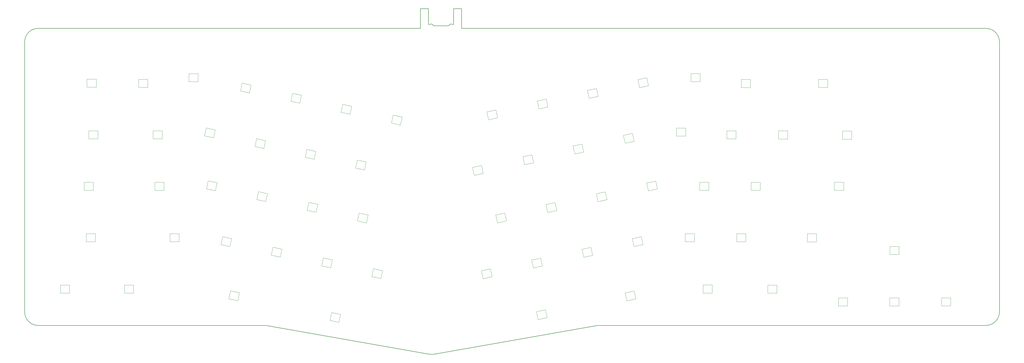
<source format=gm1>
G04 #@! TF.GenerationSoftware,KiCad,Pcbnew,(5.1.9)-1*
G04 #@! TF.CreationDate,2021-07-09T19:50:07+09:00*
G04 #@! TF.ProjectId,trifecta,74726966-6563-4746-912e-6b696361645f,rev?*
G04 #@! TF.SameCoordinates,Original*
G04 #@! TF.FileFunction,Profile,NP*
%FSLAX46Y46*%
G04 Gerber Fmt 4.6, Leading zero omitted, Abs format (unit mm)*
G04 Created by KiCad (PCBNEW (5.1.9)-1) date 2021-07-09 19:50:07*
%MOMM*%
%LPD*%
G01*
G04 APERTURE LIST*
G04 #@! TA.AperFunction,Profile*
%ADD10C,0.200000*%
G04 #@! TD*
G04 #@! TA.AperFunction,Profile*
%ADD11C,0.150000*%
G04 #@! TD*
G04 #@! TA.AperFunction,Profile*
%ADD12C,0.120000*%
G04 #@! TD*
G04 APERTURE END LIST*
D10*
X161831840Y-19240D02*
X161831840Y7212760D01*
X146591840Y-19240D02*
X146591840Y7212760D01*
X146591840Y-19240D02*
X4994650Y-27440D01*
X355987740Y-27440D02*
X161831840Y-19240D01*
X355987739Y-110051440D02*
X212780594Y-110051440D01*
X88675893Y-110051440D02*
G75*
G02*
X89892025Y-110157891I0J-7000000D01*
G01*
X88675893Y-110051440D02*
X4994650Y-110051441D01*
X355987740Y-27440D02*
G75*
G02*
X360987740Y-5027440I0J-5000000D01*
G01*
X211564556Y-110157874D02*
G75*
G02*
X212780594Y-110051440I1216038J-6893566D01*
G01*
X-5350Y-5027440D02*
G75*
G02*
X4994650Y-27440I5000000J0D01*
G01*
X4994650Y-110051440D02*
G75*
G02*
X-5350Y-105051440I0J5000000D01*
G01*
X151941911Y-120675425D02*
G75*
G02*
X149509740Y-120675408I-1216039J6893566D01*
G01*
X360987740Y-105051441D02*
G75*
G02*
X355987739Y-110051440I-5000000J1D01*
G01*
X211564556Y-110157875D02*
X151941910Y-120675424D01*
X-5350Y-105051440D02*
X-5350Y-5027440D01*
X149509740Y-120675408D02*
X89892025Y-110157891D01*
X360987740Y-5027440D02*
X360987740Y-105051440D01*
D11*
X158881840Y7212760D02*
X161831840Y7212760D01*
X158881840Y1612760D02*
X158881840Y7212760D01*
X150361456Y1612760D02*
X150461840Y1612760D01*
X149541840Y7212760D02*
X149541840Y1612760D01*
X146591840Y7212760D02*
X149541840Y7212760D01*
X151674274Y912760D02*
X156749406Y912760D01*
X158062224Y1612760D02*
X157961840Y1612760D01*
X157243039Y1197760D02*
G75*
G02*
X157961840Y1612760I718801J-415000D01*
G01*
X151180641Y1197760D02*
G75*
G03*
X150461840Y1612760I-718801J-415000D01*
G01*
X158322032Y1462760D02*
G75*
G03*
X158881840Y1612760I259808J150000D01*
G01*
X158322032Y1462760D02*
G75*
G03*
X158062224Y1612760I-259808J-150000D01*
G01*
X157243039Y1197760D02*
G75*
G02*
X156749405Y912760I-493634J285000D01*
G01*
X151180641Y1197760D02*
G75*
G03*
X151674275Y912760I493634J285000D01*
G01*
X150101648Y1462760D02*
G75*
G02*
X150361456Y1612760I259808J-150000D01*
G01*
X150101648Y1462760D02*
G75*
G02*
X149541840Y1612760I-259808J150000D01*
G01*
D12*
X339511780Y-99842940D02*
X342911780Y-99842940D01*
X339511780Y-102842940D02*
X339511780Y-99842940D01*
X342911780Y-102842940D02*
X339511780Y-102842940D01*
X342911780Y-99842940D02*
X342911780Y-102842940D01*
X320339860Y-99825160D02*
X323739860Y-99825160D01*
X320339860Y-102825160D02*
X320339860Y-99825160D01*
X323739860Y-102825160D02*
X320339860Y-102825160D01*
X323739860Y-99825160D02*
X323739860Y-102825160D01*
X304700020Y-102848020D02*
X301300020Y-102848020D01*
X304700020Y-99848020D02*
X304700020Y-102848020D01*
X301300020Y-99848020D02*
X304700020Y-99848020D01*
X301300020Y-102848020D02*
X301300020Y-99848020D01*
X275155800Y-95072820D02*
X278555800Y-95072820D01*
X275155800Y-98072820D02*
X275155800Y-95072820D01*
X278555800Y-98072820D02*
X275155800Y-98072820D01*
X278555800Y-95072820D02*
X278555800Y-98072820D01*
X254618840Y-98055040D02*
X251218840Y-98055040D01*
X254618840Y-95055040D02*
X254618840Y-98055040D01*
X251218840Y-95055040D02*
X254618840Y-95055040D01*
X251218840Y-98055040D02*
X251218840Y-95055040D01*
X222358082Y-97984328D02*
X225683783Y-97277429D01*
X222981817Y-100918771D02*
X222358082Y-97984328D01*
X226307518Y-100211872D02*
X222981817Y-100918771D01*
X225683783Y-97277429D02*
X226307518Y-100211872D01*
X189503182Y-104943928D02*
X192828883Y-104237029D01*
X190126917Y-107878371D02*
X189503182Y-104943928D01*
X193452618Y-107171472D02*
X190126917Y-107878371D01*
X192828883Y-104237029D02*
X193452618Y-107171472D01*
X116329163Y-108876591D02*
X113003462Y-108169692D01*
X116952898Y-105942148D02*
X116329163Y-108876591D01*
X113627197Y-105235249D02*
X116952898Y-105942148D01*
X113003462Y-108169692D02*
X113627197Y-105235249D01*
X78897183Y-100865431D02*
X75571482Y-100158532D01*
X79520918Y-97930988D02*
X78897183Y-100865431D01*
X76195217Y-97224089D02*
X79520918Y-97930988D01*
X75571482Y-100158532D02*
X76195217Y-97224089D01*
X36906340Y-95080440D02*
X40306340Y-95080440D01*
X36906340Y-98080440D02*
X36906340Y-95080440D01*
X40306340Y-98080440D02*
X36906340Y-98080440D01*
X40306340Y-95080440D02*
X40306340Y-98080440D01*
X16620840Y-98080440D02*
X13220840Y-98080440D01*
X16620840Y-95080440D02*
X16620840Y-98080440D01*
X13220840Y-95080440D02*
X16620840Y-95080440D01*
X13220840Y-98080440D02*
X13220840Y-95080440D01*
X320360180Y-80798020D02*
X323760180Y-80798020D01*
X320360180Y-83798020D02*
X320360180Y-80798020D01*
X323760180Y-83798020D02*
X320360180Y-83798020D01*
X323760180Y-80798020D02*
X323760180Y-83798020D01*
X293241200Y-79097000D02*
X289841200Y-79097000D01*
X293241200Y-76097000D02*
X293241200Y-79097000D01*
X289841200Y-76097000D02*
X293241200Y-76097000D01*
X289841200Y-79097000D02*
X289841200Y-76097000D01*
X263641100Y-76033500D02*
X267041100Y-76033500D01*
X263641100Y-79033500D02*
X263641100Y-76033500D01*
X267041100Y-79033500D02*
X263641100Y-79033500D01*
X267041100Y-76033500D02*
X267041100Y-79033500D01*
X247991100Y-79058900D02*
X244591100Y-79058900D01*
X247991100Y-76058900D02*
X247991100Y-79058900D01*
X244591100Y-76058900D02*
X247991100Y-76058900D01*
X244591100Y-79058900D02*
X244591100Y-76058900D01*
X224986982Y-77905628D02*
X228312683Y-77198729D01*
X225610717Y-80840071D02*
X224986982Y-77905628D01*
X228936418Y-80133172D02*
X225610717Y-80840071D01*
X228312683Y-77198729D02*
X228936418Y-80133172D01*
X210305518Y-84082872D02*
X206979817Y-84789771D01*
X209681783Y-81148429D02*
X210305518Y-84082872D01*
X206356082Y-81855328D02*
X209681783Y-81148429D01*
X206979817Y-84789771D02*
X206356082Y-81855328D01*
X187737882Y-85792328D02*
X191063583Y-85085429D01*
X188361617Y-88726771D02*
X187737882Y-85792328D01*
X191687318Y-88019872D02*
X188361617Y-88726771D01*
X191063583Y-85085429D02*
X191687318Y-88019872D01*
X173056418Y-91994972D02*
X169730717Y-92701871D01*
X172432683Y-89060529D02*
X173056418Y-91994972D01*
X169106982Y-89767428D02*
X172432683Y-89060529D01*
X169730717Y-92701871D02*
X169106982Y-89767428D01*
X129146597Y-89030049D02*
X132472298Y-89736948D01*
X128522862Y-91964492D02*
X129146597Y-89030049D01*
X131848563Y-92671391D02*
X128522862Y-91964492D01*
X132472298Y-89736948D02*
X131848563Y-92671391D01*
X113258303Y-88681051D02*
X109932602Y-87974152D01*
X113882038Y-85746608D02*
X113258303Y-88681051D01*
X110556337Y-85039709D02*
X113882038Y-85746608D01*
X109932602Y-87974152D02*
X110556337Y-85039709D01*
X91922897Y-81087469D02*
X95248598Y-81794368D01*
X91299162Y-84021912D02*
X91922897Y-81087469D01*
X94624863Y-84728811D02*
X91299162Y-84021912D01*
X95248598Y-81794368D02*
X94624863Y-84728811D01*
X75993963Y-80814671D02*
X72668262Y-80107772D01*
X76617698Y-77880228D02*
X75993963Y-80814671D01*
X73291997Y-77173329D02*
X76617698Y-77880228D01*
X72668262Y-80107772D02*
X73291997Y-77173329D01*
X53733840Y-76030440D02*
X57133840Y-76030440D01*
X53733840Y-79030440D02*
X53733840Y-76030440D01*
X57133840Y-79030440D02*
X53733840Y-79030440D01*
X57133840Y-76030440D02*
X57133840Y-79030440D01*
X26209340Y-79030440D02*
X22809340Y-79030440D01*
X26209340Y-76030440D02*
X26209340Y-79030440D01*
X22809340Y-76030440D02*
X26209340Y-76030440D01*
X22809340Y-79030440D02*
X22809340Y-76030440D01*
X299848800Y-57011440D02*
X303248800Y-57011440D01*
X299848800Y-60011440D02*
X299848800Y-57011440D01*
X303248800Y-60011440D02*
X299848800Y-60011440D01*
X303248800Y-57011440D02*
X303248800Y-60011440D01*
X269003040Y-57006360D02*
X272403040Y-57006360D01*
X269003040Y-60006360D02*
X269003040Y-57006360D01*
X272403040Y-60006360D02*
X269003040Y-60006360D01*
X272403040Y-57006360D02*
X272403040Y-60006360D01*
X253355580Y-59991120D02*
X249955580Y-59991120D01*
X253355580Y-56991120D02*
X253355580Y-59991120D01*
X249955580Y-56991120D02*
X253355580Y-56991120D01*
X249955580Y-59991120D02*
X249955580Y-56991120D01*
X230336222Y-57268128D02*
X233661923Y-56561229D01*
X230959957Y-60202571D02*
X230336222Y-57268128D01*
X234285658Y-59495672D02*
X230959957Y-60202571D01*
X233661923Y-56561229D02*
X234285658Y-59495672D01*
X215619198Y-63465692D02*
X212293497Y-64172591D01*
X214995463Y-60531249D02*
X215619198Y-63465692D01*
X211669762Y-61238148D02*
X214995463Y-60531249D01*
X212293497Y-64172591D02*
X211669762Y-61238148D01*
X193051562Y-65236108D02*
X196377263Y-64529209D01*
X193675297Y-68170551D02*
X193051562Y-65236108D01*
X197000998Y-67463652D02*
X193675297Y-68170551D01*
X196377263Y-64529209D02*
X197000998Y-67463652D01*
X178390418Y-71357472D02*
X175064717Y-72064371D01*
X177766683Y-68423029D02*
X178390418Y-71357472D01*
X174440982Y-69129928D02*
X177766683Y-68423029D01*
X175064717Y-72064371D02*
X174440982Y-69129928D01*
X123830377Y-68397629D02*
X127156078Y-69104528D01*
X123206642Y-71332072D02*
X123830377Y-68397629D01*
X126532343Y-72038971D02*
X123206642Y-71332072D01*
X127156078Y-69104528D02*
X126532343Y-72038971D01*
X107886203Y-68091811D02*
X104560502Y-67384912D01*
X108509938Y-65157368D02*
X107886203Y-68091811D01*
X105184237Y-64450469D02*
X108509938Y-65157368D01*
X104560502Y-67384912D02*
X105184237Y-64450469D01*
X86571117Y-60516009D02*
X89896818Y-61222908D01*
X85947382Y-63450452D02*
X86571117Y-60516009D01*
X89273083Y-64157351D02*
X85947382Y-63450452D01*
X89896818Y-61222908D02*
X89273083Y-64157351D01*
X70626943Y-60131451D02*
X67301242Y-59424552D01*
X71250678Y-57197008D02*
X70626943Y-60131451D01*
X67924977Y-56490109D02*
X71250678Y-57197008D01*
X67301242Y-59424552D02*
X67924977Y-56490109D01*
X48198300Y-57019060D02*
X51598300Y-57019060D01*
X48198300Y-60019060D02*
X48198300Y-57019060D01*
X51598300Y-60019060D02*
X48198300Y-60019060D01*
X51598300Y-57019060D02*
X51598300Y-60019060D01*
X25433760Y-59973340D02*
X22033760Y-59973340D01*
X25433760Y-56973340D02*
X25433760Y-59973340D01*
X22033760Y-56973340D02*
X25433760Y-56973340D01*
X22033760Y-59973340D02*
X22033760Y-56973340D01*
X302889180Y-38050340D02*
X306289180Y-38050340D01*
X302889180Y-41050340D02*
X302889180Y-38050340D01*
X306289180Y-41050340D02*
X302889180Y-41050340D01*
X306289180Y-38050340D02*
X306289180Y-41050340D01*
X282547800Y-40971600D02*
X279147800Y-40971600D01*
X282547800Y-37971600D02*
X282547800Y-40971600D01*
X279147800Y-37971600D02*
X282547800Y-37971600D01*
X279147800Y-40971600D02*
X279147800Y-37971600D01*
X259996200Y-37946200D02*
X263396200Y-37946200D01*
X259996200Y-40946200D02*
X259996200Y-37946200D01*
X263396200Y-40946200D02*
X259996200Y-40946200D01*
X263396200Y-37946200D02*
X263396200Y-40946200D01*
X244752600Y-39904800D02*
X241352600Y-39904800D01*
X244752600Y-36904800D02*
X244752600Y-39904800D01*
X241352600Y-36904800D02*
X244752600Y-36904800D01*
X241352600Y-39904800D02*
X241352600Y-36904800D01*
X221697682Y-39615128D02*
X225023383Y-38908229D01*
X222321417Y-42549571D02*
X221697682Y-39615128D01*
X225647118Y-41842672D02*
X222321417Y-42549571D01*
X225023383Y-38908229D02*
X225647118Y-41842672D01*
X207003518Y-45805072D02*
X203677817Y-46511971D01*
X206379783Y-42870629D02*
X207003518Y-45805072D01*
X203054082Y-43577528D02*
X206379783Y-42870629D01*
X203677817Y-46511971D02*
X203054082Y-43577528D01*
X184486682Y-47552628D02*
X187812383Y-46845729D01*
X185110417Y-50487071D02*
X184486682Y-47552628D01*
X188436118Y-49780172D02*
X185110417Y-50487071D01*
X187812383Y-46845729D02*
X188436118Y-49780172D01*
X169754418Y-53742572D02*
X166428717Y-54449471D01*
X169130683Y-50808129D02*
X169754418Y-53742572D01*
X165804982Y-51515028D02*
X169130683Y-50808129D01*
X166428717Y-54449471D02*
X165804982Y-51515028D01*
X123116637Y-48798989D02*
X126442338Y-49505888D01*
X122492902Y-51733432D02*
X123116637Y-48798989D01*
X125818603Y-52440331D02*
X122492902Y-51733432D01*
X126442338Y-49505888D02*
X125818603Y-52440331D01*
X107200403Y-48483011D02*
X103874702Y-47776112D01*
X107824138Y-45548568D02*
X107200403Y-48483011D01*
X104498437Y-44841669D02*
X107824138Y-45548568D01*
X103874702Y-47776112D02*
X104498437Y-44841669D01*
X85870077Y-40874189D02*
X89195778Y-41581088D01*
X85246342Y-43808632D02*
X85870077Y-40874189D01*
X88572043Y-44515531D02*
X85246342Y-43808632D01*
X89195778Y-41581088D02*
X88572043Y-44515531D01*
X69923363Y-40517571D02*
X66597662Y-39810672D01*
X70547098Y-37583128D02*
X69923363Y-40517571D01*
X67221397Y-36876229D02*
X70547098Y-37583128D01*
X66597662Y-39810672D02*
X67221397Y-36876229D01*
X47530280Y-37943660D02*
X50930280Y-37943660D01*
X47530280Y-40943660D02*
X47530280Y-37943660D01*
X50930280Y-40943660D02*
X47530280Y-40943660D01*
X50930280Y-37943660D02*
X50930280Y-40943660D01*
X27130480Y-40923340D02*
X23730480Y-40923340D01*
X27130480Y-37923340D02*
X27130480Y-40923340D01*
X23730480Y-37923340D02*
X27130480Y-37923340D01*
X23730480Y-40923340D02*
X23730480Y-37923340D01*
X293961080Y-18891120D02*
X297361080Y-18891120D01*
X293961080Y-21891120D02*
X293961080Y-18891120D01*
X297361080Y-21891120D02*
X293961080Y-21891120D01*
X297361080Y-18891120D02*
X297361080Y-21891120D01*
X268750520Y-21913980D02*
X265350520Y-21913980D01*
X268750520Y-18913980D02*
X268750520Y-21913980D01*
X265350520Y-18913980D02*
X268750520Y-18913980D01*
X265350520Y-21913980D02*
X265350520Y-18913980D01*
X246712000Y-16770220D02*
X250112000Y-16770220D01*
X246712000Y-19770220D02*
X246712000Y-16770220D01*
X250112000Y-19770220D02*
X246712000Y-19770220D01*
X250112000Y-16770220D02*
X250112000Y-19770220D01*
X231011598Y-21238192D02*
X227685897Y-21945091D01*
X230387863Y-18303749D02*
X231011598Y-21238192D01*
X227062162Y-19010648D02*
X230387863Y-18303749D01*
X227685897Y-21945091D02*
X227062162Y-19010648D01*
X208408402Y-22980668D02*
X211734103Y-22273769D01*
X209032137Y-25915111D02*
X208408402Y-22980668D01*
X212357838Y-25208212D02*
X209032137Y-25915111D01*
X211734103Y-22273769D02*
X212357838Y-25208212D01*
X193749798Y-29147752D02*
X190424097Y-29854651D01*
X193126063Y-26213309D02*
X193749798Y-29147752D01*
X189800362Y-26920208D02*
X193126063Y-26213309D01*
X190424097Y-29854651D02*
X189800362Y-26920208D01*
X171138982Y-30920708D02*
X174464683Y-30213809D01*
X171762717Y-33855151D02*
X171138982Y-30920708D01*
X175088418Y-33148252D02*
X171762717Y-33855151D01*
X174464683Y-30213809D02*
X175088418Y-33148252D01*
X139133283Y-35798251D02*
X135807582Y-35091352D01*
X139757018Y-32863808D02*
X139133283Y-35798251D01*
X136431317Y-32156909D02*
X139757018Y-32863808D01*
X135807582Y-35091352D02*
X136431317Y-32156909D01*
X117749617Y-28164029D02*
X121075318Y-28870928D01*
X117125882Y-31098472D02*
X117749617Y-28164029D01*
X120451583Y-31805371D02*
X117125882Y-31098472D01*
X121075318Y-28870928D02*
X120451583Y-31805371D01*
X101869823Y-27725611D02*
X98544122Y-27018712D01*
X102493558Y-24791168D02*
X101869823Y-27725611D01*
X99167857Y-24084269D02*
X102493558Y-24791168D01*
X98544122Y-27018712D02*
X99167857Y-24084269D01*
X80525917Y-20277329D02*
X83851618Y-20984228D01*
X79902182Y-23211772D02*
X80525917Y-20277329D01*
X83227883Y-23918671D02*
X79902182Y-23211772D01*
X83851618Y-20984228D02*
X83227883Y-23918671D01*
X64222100Y-19749900D02*
X60822100Y-19749900D01*
X64222100Y-16749900D02*
X64222100Y-19749900D01*
X60822100Y-16749900D02*
X64222100Y-16749900D01*
X60822100Y-19749900D02*
X60822100Y-16749900D01*
X42165800Y-18908900D02*
X45565800Y-18908900D01*
X42165800Y-21908900D02*
X42165800Y-18908900D01*
X45565800Y-21908900D02*
X42165800Y-21908900D01*
X45565800Y-18908900D02*
X45565800Y-21908900D01*
X26477700Y-21820000D02*
X23077700Y-21820000D01*
X26477700Y-18820000D02*
X26477700Y-21820000D01*
X23077700Y-18820000D02*
X26477700Y-18820000D01*
X23077700Y-21820000D02*
X23077700Y-18820000D01*
M02*

</source>
